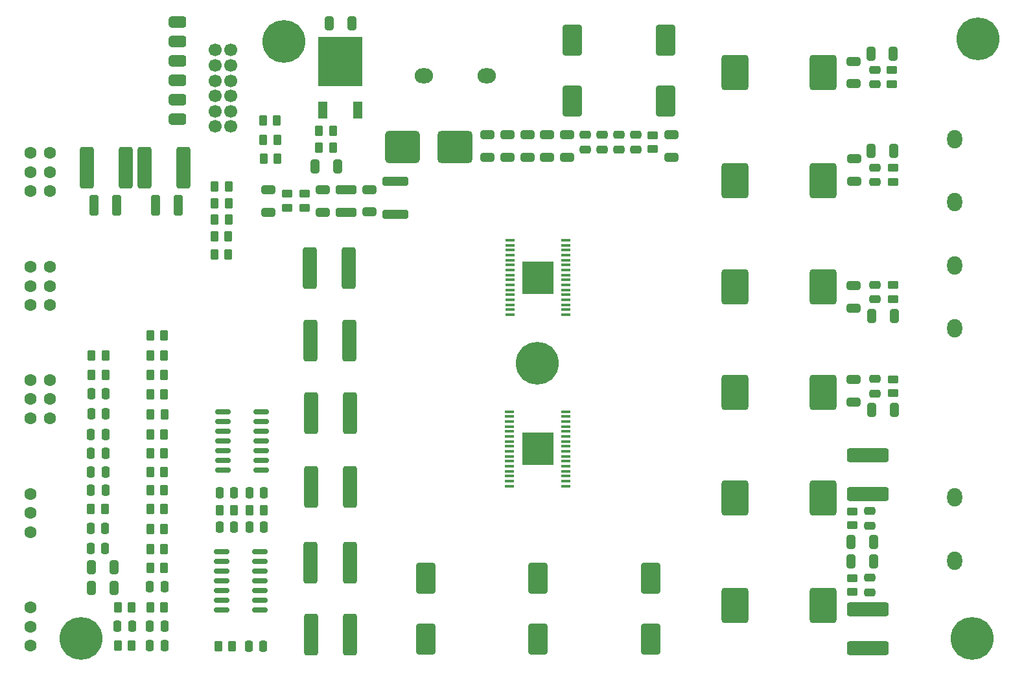
<source format=gts>
G04 #@! TF.GenerationSoftware,KiCad,Pcbnew,(6.0.8)*
G04 #@! TF.CreationDate,2023-11-21T01:59:14+01:00*
G04 #@! TF.ProjectId,Modu_ wzmacniacza,4d6f6475-4220-4777-9a6d-61636e696163,rev?*
G04 #@! TF.SameCoordinates,Original*
G04 #@! TF.FileFunction,Soldermask,Top*
G04 #@! TF.FilePolarity,Negative*
%FSLAX46Y46*%
G04 Gerber Fmt 4.6, Leading zero omitted, Abs format (unit mm)*
G04 Created by KiCad (PCBNEW (6.0.8)) date 2023-11-21 01:59:14*
%MOMM*%
%LPD*%
G01*
G04 APERTURE LIST*
G04 Aperture macros list*
%AMRoundRect*
0 Rectangle with rounded corners*
0 $1 Rounding radius*
0 $2 $3 $4 $5 $6 $7 $8 $9 X,Y pos of 4 corners*
0 Add a 4 corners polygon primitive as box body*
4,1,4,$2,$3,$4,$5,$6,$7,$8,$9,$2,$3,0*
0 Add four circle primitives for the rounded corners*
1,1,$1+$1,$2,$3*
1,1,$1+$1,$4,$5*
1,1,$1+$1,$6,$7*
1,1,$1+$1,$8,$9*
0 Add four rect primitives between the rounded corners*
20,1,$1+$1,$2,$3,$4,$5,0*
20,1,$1+$1,$4,$5,$6,$7,0*
20,1,$1+$1,$6,$7,$8,$9,0*
20,1,$1+$1,$8,$9,$2,$3,0*%
G04 Aperture macros list end*
%ADD10R,4.110000X4.360000*%
%ADD11R,1.200000X0.400000*%
%ADD12RoundRect,0.250000X0.450000X-0.262500X0.450000X0.262500X-0.450000X0.262500X-0.450000X-0.262500X0*%
%ADD13RoundRect,0.250000X-0.262500X-0.450000X0.262500X-0.450000X0.262500X0.450000X-0.262500X0.450000X0*%
%ADD14RoundRect,0.350000X-1.400000X-1.950000X1.400000X-1.950000X1.400000X1.950000X-1.400000X1.950000X0*%
%ADD15RoundRect,0.250000X0.262500X0.450000X-0.262500X0.450000X-0.262500X-0.450000X0.262500X-0.450000X0*%
%ADD16RoundRect,0.250000X0.325000X0.650000X-0.325000X0.650000X-0.325000X-0.650000X0.325000X-0.650000X0*%
%ADD17RoundRect,0.250000X-0.650000X0.325000X-0.650000X-0.325000X0.650000X-0.325000X0.650000X0.325000X0*%
%ADD18RoundRect,0.250000X-0.475000X0.250000X-0.475000X-0.250000X0.475000X-0.250000X0.475000X0.250000X0*%
%ADD19RoundRect,0.250000X-0.650000X-2.450000X0.650000X-2.450000X0.650000X2.450000X-0.650000X2.450000X0*%
%ADD20RoundRect,0.250000X0.650000X-0.325000X0.650000X0.325000X-0.650000X0.325000X-0.650000X-0.325000X0*%
%ADD21RoundRect,0.250000X-2.450000X0.650000X-2.450000X-0.650000X2.450000X-0.650000X2.450000X0.650000X0*%
%ADD22RoundRect,0.250000X0.250000X0.475000X-0.250000X0.475000X-0.250000X-0.475000X0.250000X-0.475000X0*%
%ADD23R,1.200000X2.200000*%
%ADD24R,5.800000X6.400000*%
%ADD25RoundRect,0.250000X-0.450000X0.262500X-0.450000X-0.262500X0.450000X-0.262500X0.450000X0.262500X0*%
%ADD26RoundRect,0.250000X-0.250000X-0.475000X0.250000X-0.475000X0.250000X0.475000X-0.250000X0.475000X0*%
%ADD27O,1.950000X2.400000*%
%ADD28RoundRect,0.250000X0.325000X1.100000X-0.325000X1.100000X-0.325000X-1.100000X0.325000X-1.100000X0*%
%ADD29RoundRect,0.250000X1.000000X-1.750000X1.000000X1.750000X-1.000000X1.750000X-1.000000X-1.750000X0*%
%ADD30C,5.600000*%
%ADD31RoundRect,0.250000X-1.450000X0.312500X-1.450000X-0.312500X1.450000X-0.312500X1.450000X0.312500X0*%
%ADD32RoundRect,0.381000X0.762000X0.381000X-0.762000X0.381000X-0.762000X-0.381000X0.762000X-0.381000X0*%
%ADD33C,1.700000*%
%ADD34C,1.600000*%
%ADD35RoundRect,0.417500X-1.832500X-1.670000X1.832500X-1.670000X1.832500X1.670000X-1.832500X1.670000X0*%
%ADD36RoundRect,0.418750X-1.843750X-1.675000X1.843750X-1.675000X1.843750X1.675000X-1.843750X1.675000X0*%
%ADD37RoundRect,0.150000X-0.825000X-0.150000X0.825000X-0.150000X0.825000X0.150000X-0.825000X0.150000X0*%
%ADD38RoundRect,0.250000X-1.000000X1.750000X-1.000000X-1.750000X1.000000X-1.750000X1.000000X1.750000X0*%
%ADD39O,2.400000X1.950000*%
%ADD40RoundRect,0.250000X-0.325000X-0.650000X0.325000X-0.650000X0.325000X0.650000X-0.325000X0.650000X0*%
%ADD41RoundRect,0.250000X0.475000X-0.250000X0.475000X0.250000X-0.475000X0.250000X-0.475000X-0.250000X0*%
%ADD42RoundRect,0.250000X1.100000X-0.325000X1.100000X0.325000X-1.100000X0.325000X-1.100000X-0.325000X0*%
G04 APERTURE END LIST*
D10*
X131550000Y-81500000D03*
D11*
X127900000Y-76625000D03*
X127900000Y-77275000D03*
X127900000Y-77925000D03*
X127900000Y-78575000D03*
X127900000Y-79225000D03*
X127900000Y-79875000D03*
X127900000Y-80525000D03*
X127900000Y-81175000D03*
X127900000Y-81825000D03*
X127900000Y-82475000D03*
X127900000Y-83125000D03*
X127900000Y-83775000D03*
X127900000Y-84425000D03*
X127900000Y-85075000D03*
X127900000Y-85725000D03*
X127900000Y-86375000D03*
X135200000Y-86375000D03*
X135200000Y-85725000D03*
X135200000Y-85075000D03*
X135200000Y-84425000D03*
X135200000Y-83775000D03*
X135200000Y-83125000D03*
X135200000Y-82475000D03*
X135200000Y-81825000D03*
X135200000Y-81175000D03*
X135200000Y-80525000D03*
X135200000Y-79875000D03*
X135200000Y-79225000D03*
X135200000Y-78575000D03*
X135200000Y-77925000D03*
X135200000Y-77275000D03*
X135200000Y-76625000D03*
D10*
X131600000Y-59100000D03*
D11*
X127950000Y-54225000D03*
X127950000Y-54875000D03*
X127950000Y-55525000D03*
X127950000Y-56175000D03*
X127950000Y-56825000D03*
X127950000Y-57475000D03*
X127950000Y-58125000D03*
X127950000Y-58775000D03*
X127950000Y-59425000D03*
X127950000Y-60075000D03*
X127950000Y-60725000D03*
X127950000Y-61375000D03*
X127950000Y-62025000D03*
X127950000Y-62675000D03*
X127950000Y-63325000D03*
X127950000Y-63975000D03*
X135250000Y-63975000D03*
X135250000Y-63325000D03*
X135250000Y-62675000D03*
X135250000Y-62025000D03*
X135250000Y-61375000D03*
X135250000Y-60725000D03*
X135250000Y-60075000D03*
X135250000Y-59425000D03*
X135250000Y-58775000D03*
X135250000Y-58125000D03*
X135250000Y-57475000D03*
X135250000Y-56825000D03*
X135250000Y-56175000D03*
X135250000Y-55525000D03*
X135250000Y-54875000D03*
X135250000Y-54225000D03*
D12*
X177850000Y-33812500D03*
X177850000Y-31987500D03*
D13*
X80987500Y-77000000D03*
X82812500Y-77000000D03*
X80937500Y-84500000D03*
X82762500Y-84500000D03*
D14*
X157300000Y-60300000D03*
X168800000Y-60300000D03*
D15*
X82762500Y-69300000D03*
X80937500Y-69300000D03*
X82762500Y-89400000D03*
X80937500Y-89400000D03*
X97542500Y-41070000D03*
X95717500Y-41070000D03*
X95762500Y-89520000D03*
X93937500Y-89520000D03*
D12*
X172650000Y-100212500D03*
X172650000Y-98387500D03*
D16*
X107285000Y-25900000D03*
X104335000Y-25900000D03*
D17*
X135400000Y-40412500D03*
X135400000Y-43362500D03*
D15*
X91862500Y-89510000D03*
X90037500Y-89510000D03*
D18*
X140000000Y-40437500D03*
X140000000Y-42337500D03*
D19*
X101910000Y-96360000D03*
X107010000Y-96360000D03*
D17*
X127600000Y-40412500D03*
X127600000Y-43362500D03*
X130200000Y-40412500D03*
X130200000Y-43362500D03*
D15*
X82762500Y-82100000D03*
X80937500Y-82100000D03*
D20*
X109570000Y-50535000D03*
X109570000Y-47585000D03*
D21*
X174650000Y-102450000D03*
X174650000Y-107550000D03*
D22*
X75100000Y-86900000D03*
X73200000Y-86900000D03*
D16*
X76175000Y-97000000D03*
X73225000Y-97000000D03*
D17*
X149000000Y-40462500D03*
X149000000Y-43412500D03*
X96330000Y-47655000D03*
X96330000Y-50605000D03*
D23*
X103500000Y-37190000D03*
X108060000Y-37190000D03*
D24*
X105780000Y-30890000D03*
D13*
X89377500Y-47180000D03*
X91202500Y-47180000D03*
D22*
X75150000Y-74300000D03*
X73250000Y-74300000D03*
D18*
X175650000Y-60050000D03*
X175650000Y-61950000D03*
D22*
X82812500Y-99500000D03*
X80912500Y-99500000D03*
D25*
X177950000Y-72387500D03*
X177950000Y-74212500D03*
D26*
X93800000Y-107300000D03*
X95700000Y-107300000D03*
D15*
X91172500Y-51540000D03*
X89347500Y-51540000D03*
D17*
X132800000Y-40412500D03*
X132800000Y-43362500D03*
D27*
X186000000Y-41000000D03*
X186000000Y-49250000D03*
X186000000Y-65750000D03*
X186000000Y-57500000D03*
D13*
X80950000Y-94600000D03*
X82775000Y-94600000D03*
D16*
X178125000Y-76400000D03*
X175175000Y-76400000D03*
D20*
X172850000Y-63075000D03*
X172850000Y-60125000D03*
D14*
X157300000Y-46400000D03*
X168800000Y-46400000D03*
D28*
X84625000Y-49630000D03*
X81675000Y-49630000D03*
D29*
X136100000Y-36032500D03*
X136100000Y-28032500D03*
D30*
X188300000Y-106300000D03*
D31*
X112930000Y-46522500D03*
X112930000Y-50797500D03*
D32*
X84500000Y-38400000D03*
X84500000Y-35860000D03*
X84500000Y-33320000D03*
X84500000Y-30780000D03*
X84500000Y-28240000D03*
X84500000Y-25700000D03*
D15*
X97502500Y-38560000D03*
X95677500Y-38560000D03*
D33*
X91430000Y-39360000D03*
X89430000Y-39360000D03*
X91430000Y-37360000D03*
X89430000Y-37360000D03*
X91430000Y-35360000D03*
X89430000Y-35360000D03*
X91430000Y-33360000D03*
X89430000Y-33360000D03*
X91430000Y-31360000D03*
X89430000Y-31360000D03*
X91430000Y-29360000D03*
X89430000Y-29360000D03*
D22*
X91910000Y-91730000D03*
X90010000Y-91730000D03*
D18*
X137800000Y-40437500D03*
X137800000Y-42337500D03*
D34*
X65310000Y-87400000D03*
X65310000Y-89900000D03*
X65310000Y-92400000D03*
D22*
X75100000Y-84500000D03*
X73200000Y-84500000D03*
D19*
X101950000Y-105800000D03*
X107050000Y-105800000D03*
D20*
X103500000Y-50565000D03*
X103500000Y-47615000D03*
D15*
X91142500Y-53700000D03*
X89317500Y-53700000D03*
D13*
X80937500Y-71800000D03*
X82762500Y-71800000D03*
D26*
X80900000Y-104700000D03*
X82800000Y-104700000D03*
D12*
X101080000Y-49982500D03*
X101080000Y-48157500D03*
D22*
X95800000Y-87230000D03*
X93900000Y-87230000D03*
D25*
X172650000Y-89687500D03*
X172650000Y-91512500D03*
D19*
X85310000Y-44740000D03*
X80210000Y-44740000D03*
D15*
X75012500Y-89400000D03*
X73187500Y-89400000D03*
D26*
X80900000Y-107200000D03*
X82800000Y-107200000D03*
D16*
X105435000Y-44530000D03*
X102485000Y-44530000D03*
D14*
X157300000Y-87900000D03*
X168800000Y-87900000D03*
D19*
X72660000Y-44740000D03*
X77760000Y-44740000D03*
D13*
X76687500Y-107200000D03*
X78512500Y-107200000D03*
D25*
X98820000Y-48167500D03*
X98820000Y-49992500D03*
D15*
X82750000Y-66700000D03*
X80925000Y-66700000D03*
D16*
X178125000Y-64100000D03*
X175175000Y-64100000D03*
D35*
X113900000Y-42000000D03*
D36*
X120737500Y-41993750D03*
D16*
X76175000Y-99700000D03*
X73225000Y-99700000D03*
D37*
X90475000Y-76690000D03*
X90475000Y-77960000D03*
X90475000Y-79230000D03*
X90475000Y-80500000D03*
X90475000Y-81770000D03*
X90475000Y-83040000D03*
X90475000Y-84310000D03*
X95425000Y-84310000D03*
X95425000Y-83040000D03*
X95425000Y-81770000D03*
X95425000Y-80500000D03*
X95425000Y-79230000D03*
X95425000Y-77960000D03*
X95425000Y-76690000D03*
D13*
X73287500Y-69300000D03*
X75112500Y-69300000D03*
D34*
X65310000Y-102230000D03*
X65310000Y-104730000D03*
X65310000Y-107230000D03*
D26*
X73200000Y-82100000D03*
X75100000Y-82100000D03*
D13*
X76687500Y-102200000D03*
X78512500Y-102200000D03*
D15*
X104832500Y-39920000D03*
X103007500Y-39920000D03*
D26*
X73200000Y-79600000D03*
X75100000Y-79600000D03*
D19*
X101850000Y-67320000D03*
X106950000Y-67320000D03*
D21*
X174650000Y-82350000D03*
X174650000Y-87450000D03*
D15*
X91152500Y-56050000D03*
X89327500Y-56050000D03*
D25*
X177950000Y-60087500D03*
X177950000Y-61912500D03*
D18*
X144400000Y-40437500D03*
X144400000Y-42337500D03*
D17*
X125000000Y-40412500D03*
X125000000Y-43362500D03*
D13*
X80937500Y-74400000D03*
X82762500Y-74400000D03*
D38*
X131600000Y-98400000D03*
X131600000Y-106400000D03*
D15*
X82762500Y-92000000D03*
X80937500Y-92000000D03*
D13*
X73287500Y-71800000D03*
X75112500Y-71800000D03*
D34*
X67810000Y-47800000D03*
X67810000Y-45300000D03*
X67810000Y-42800000D03*
X65310000Y-47800000D03*
X65310000Y-45300000D03*
X65310000Y-42800000D03*
D26*
X73150000Y-94500000D03*
X75050000Y-94500000D03*
D34*
X65320000Y-72500000D03*
X65320000Y-75000000D03*
X65320000Y-77500000D03*
X67820000Y-72500000D03*
X67820000Y-75000000D03*
X67820000Y-77500000D03*
D17*
X172850000Y-72425000D03*
X172850000Y-75375000D03*
D20*
X172900000Y-46537500D03*
X172900000Y-43587500D03*
D16*
X178075000Y-42562500D03*
X175125000Y-42562500D03*
D14*
X157300000Y-74100000D03*
X168800000Y-74100000D03*
X157300000Y-32300000D03*
X168800000Y-32300000D03*
D22*
X91920000Y-87220000D03*
X90020000Y-87220000D03*
D13*
X89357500Y-49360000D03*
X91182500Y-49360000D03*
D30*
X71900000Y-106300000D03*
D38*
X116900000Y-98400000D03*
X116900000Y-106400000D03*
D15*
X91662500Y-107300000D03*
X89837500Y-107300000D03*
D13*
X102987500Y-42110000D03*
X104812500Y-42110000D03*
D30*
X98420000Y-28200000D03*
D39*
X116650000Y-32700000D03*
X124900000Y-32700000D03*
D25*
X146600000Y-40487500D03*
X146600000Y-42312500D03*
D40*
X172475000Y-93700000D03*
X175425000Y-93700000D03*
D30*
X189100000Y-27900000D03*
D28*
X76525000Y-49640000D03*
X73575000Y-49640000D03*
D29*
X148300000Y-36032500D03*
X148300000Y-28032500D03*
D37*
X90275000Y-94990000D03*
X90275000Y-96260000D03*
X90275000Y-97530000D03*
X90275000Y-98800000D03*
X90275000Y-100070000D03*
X90275000Y-101340000D03*
X90275000Y-102610000D03*
X95225000Y-102610000D03*
X95225000Y-101340000D03*
X95225000Y-100070000D03*
X95225000Y-98800000D03*
X95225000Y-97530000D03*
X95225000Y-96260000D03*
X95225000Y-94990000D03*
D15*
X82762500Y-86900000D03*
X80937500Y-86900000D03*
D30*
X131470000Y-70310000D03*
D15*
X97572500Y-43530000D03*
X95747500Y-43530000D03*
D18*
X142200000Y-40437500D03*
X142200000Y-42337500D03*
D14*
X157300000Y-102000000D03*
X168800000Y-102000000D03*
D19*
X101790000Y-57840000D03*
X106890000Y-57840000D03*
X101950000Y-86480000D03*
X107050000Y-86480000D03*
D41*
X175650000Y-46637500D03*
X175650000Y-44737500D03*
D16*
X178025000Y-29800000D03*
X175075000Y-29800000D03*
D13*
X80937500Y-97100000D03*
X82762500Y-97100000D03*
D38*
X146300000Y-98400000D03*
X146300000Y-106400000D03*
D41*
X174950000Y-100250000D03*
X174950000Y-98350000D03*
D42*
X106550000Y-50545000D03*
X106550000Y-47595000D03*
D34*
X65300000Y-57700000D03*
X65300000Y-60200000D03*
X65300000Y-62700000D03*
X67800000Y-57700000D03*
X67800000Y-60200000D03*
X67800000Y-62700000D03*
D26*
X93880000Y-91750000D03*
X95780000Y-91750000D03*
D19*
X101950000Y-76860000D03*
X107050000Y-76860000D03*
D40*
X172475000Y-96200000D03*
X175425000Y-96200000D03*
D15*
X82762500Y-102200000D03*
X80937500Y-102200000D03*
D26*
X73250000Y-76900000D03*
X75150000Y-76900000D03*
D13*
X80937500Y-79600000D03*
X82762500Y-79600000D03*
D12*
X177950000Y-46600000D03*
X177950000Y-44775000D03*
D41*
X175650000Y-33850000D03*
X175650000Y-31950000D03*
D26*
X73150000Y-91900000D03*
X75050000Y-91900000D03*
D27*
X186000000Y-87850000D03*
X186000000Y-96100000D03*
D17*
X172850000Y-30825000D03*
X172850000Y-33775000D03*
D18*
X174950000Y-89650000D03*
X174950000Y-91550000D03*
D26*
X76650000Y-104700000D03*
X78550000Y-104700000D03*
D18*
X175650000Y-72350000D03*
X175650000Y-74250000D03*
M02*

</source>
